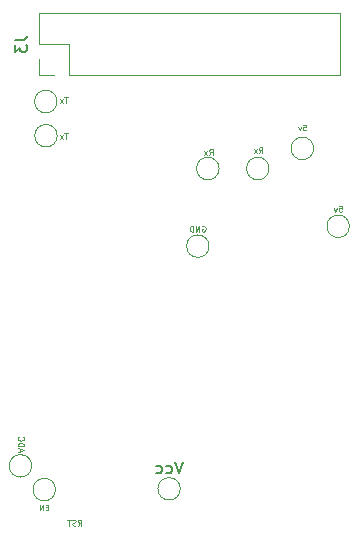
<source format=gbo>
G04 #@! TF.GenerationSoftware,KiCad,Pcbnew,(5.1.10)-1*
G04 #@! TF.CreationDate,2021-11-03T08:24:22+05:30*
G04 #@! TF.ProjectId,P-1000072_Cicada Wi-Fi,502d3130-3030-4303-9732-5f4369636164,0.1*
G04 #@! TF.SameCoordinates,PX7cee6c0PY3dfd240*
G04 #@! TF.FileFunction,Legend,Bot*
G04 #@! TF.FilePolarity,Positive*
%FSLAX46Y46*%
G04 Gerber Fmt 4.6, Leading zero omitted, Abs format (unit mm)*
G04 Created by KiCad (PCBNEW (5.1.10)-1) date 2021-11-03 08:24:22*
%MOMM*%
%LPD*%
G01*
G04 APERTURE LIST*
%ADD10C,0.120000*%
%ADD11C,0.150000*%
%ADD12C,0.100000*%
G04 APERTURE END LIST*
D10*
X-12734600Y2574600D02*
X-12734600Y-25400D01*
X-12734600Y2574600D02*
X12785400Y2574600D01*
X12785400Y2574600D02*
X12785400Y-2625400D01*
X-10134600Y-2625400D02*
X12785400Y-2625400D01*
X-10134600Y-25400D02*
X-10134600Y-2625400D01*
X-12734600Y-25400D02*
X-10134600Y-25400D01*
X-12734600Y-2625400D02*
X-11404600Y-2625400D01*
X-12734600Y-1295400D02*
X-12734600Y-2625400D01*
X-736560Y-37688520D02*
G75*
G03*
X-736560Y-37688520I-950000J0D01*
G01*
X-11305500Y-37754560D02*
G75*
G03*
X-11305500Y-37754560I-950000J0D01*
G01*
X1691680Y-17139920D02*
G75*
G03*
X1691680Y-17139920I-950000J0D01*
G01*
X-13319720Y-35745420D02*
G75*
G03*
X-13319720Y-35745420I-950000J0D01*
G01*
X6770000Y-10570000D02*
G75*
G03*
X6770000Y-10570000I-950000J0D01*
G01*
X2540000Y-10570000D02*
G75*
G03*
X2540000Y-10570000I-950000J0D01*
G01*
X-11180000Y-4900000D02*
G75*
G03*
X-11180000Y-4900000I-950000J0D01*
G01*
X-11160000Y-7790000D02*
G75*
G03*
X-11160000Y-7790000I-950000J0D01*
G01*
X13580000Y-15460000D02*
G75*
G03*
X13580000Y-15460000I-950000J0D01*
G01*
X10550000Y-8870000D02*
G75*
G03*
X10550000Y-8870000I-950000J0D01*
G01*
D11*
X-14722220Y307934D02*
X-14007934Y307934D01*
X-13865077Y355553D01*
X-13769839Y450791D01*
X-13722220Y593648D01*
X-13722220Y688886D01*
X-14722220Y-73019D02*
X-14722220Y-692066D01*
X-14341267Y-358733D01*
X-14341267Y-501590D01*
X-14293648Y-596828D01*
X-14246029Y-644447D01*
X-14150791Y-692066D01*
X-13912696Y-692066D01*
X-13817458Y-644447D01*
X-13769839Y-596828D01*
X-13722220Y-501590D01*
X-13722220Y-215876D01*
X-13769839Y-120638D01*
X-13817458Y-73019D01*
X-496084Y-35390900D02*
X-829418Y-36390900D01*
X-1162751Y-35390900D01*
X-1924656Y-36343281D02*
X-1829418Y-36390900D01*
X-1638941Y-36390900D01*
X-1543703Y-36343281D01*
X-1496084Y-36295662D01*
X-1448465Y-36200424D01*
X-1448465Y-35914710D01*
X-1496084Y-35819472D01*
X-1543703Y-35771853D01*
X-1638941Y-35724234D01*
X-1829418Y-35724234D01*
X-1924656Y-35771853D01*
X-2781799Y-36343281D02*
X-2686560Y-36390900D01*
X-2496084Y-36390900D01*
X-2400846Y-36343281D01*
X-2353227Y-36295662D01*
X-2305608Y-36200424D01*
X-2305608Y-35914710D01*
X-2353227Y-35819472D01*
X-2400846Y-35771853D01*
X-2496084Y-35724234D01*
X-2686560Y-35724234D01*
X-2781799Y-35771853D01*
D12*
X-11911853Y-39255545D02*
X-12078520Y-39255545D01*
X-12149948Y-39517450D02*
X-11911853Y-39517450D01*
X-11911853Y-39017450D01*
X-12149948Y-39017450D01*
X-12364234Y-39517450D02*
X-12364234Y-39017450D01*
X-12649948Y-39517450D01*
X-12649948Y-39017450D01*
X1117012Y-15434580D02*
X1164631Y-15410770D01*
X1236060Y-15410770D01*
X1307488Y-15434580D01*
X1355107Y-15482199D01*
X1378917Y-15529818D01*
X1402726Y-15625056D01*
X1402726Y-15696484D01*
X1378917Y-15791722D01*
X1355107Y-15839341D01*
X1307488Y-15886960D01*
X1236060Y-15910770D01*
X1188440Y-15910770D01*
X1117012Y-15886960D01*
X1093202Y-15863151D01*
X1093202Y-15696484D01*
X1188440Y-15696484D01*
X878917Y-15910770D02*
X878917Y-15410770D01*
X593202Y-15910770D01*
X593202Y-15410770D01*
X355107Y-15910770D02*
X355107Y-15410770D01*
X236060Y-15410770D01*
X164631Y-15434580D01*
X117012Y-15482199D01*
X93202Y-15529818D01*
X69393Y-15625056D01*
X69393Y-15696484D01*
X93202Y-15791722D01*
X117012Y-15839341D01*
X164631Y-15886960D01*
X236060Y-15910770D01*
X355107Y-15910770D01*
X-14337814Y-34545827D02*
X-14337814Y-34307732D01*
X-14480671Y-34593446D02*
X-13980671Y-34426780D01*
X-14480671Y-34260113D01*
X-14480671Y-34093446D02*
X-13980671Y-34093446D01*
X-13980671Y-33974399D01*
X-14004480Y-33902970D01*
X-14052100Y-33855351D01*
X-14099719Y-33831541D01*
X-14194957Y-33807732D01*
X-14266385Y-33807732D01*
X-14361623Y-33831541D01*
X-14409242Y-33855351D01*
X-14456861Y-33902970D01*
X-14480671Y-33974399D01*
X-14480671Y-34093446D01*
X-14433052Y-33307732D02*
X-14456861Y-33331541D01*
X-14480671Y-33402970D01*
X-14480671Y-33450589D01*
X-14456861Y-33522018D01*
X-14409242Y-33569637D01*
X-14361623Y-33593446D01*
X-14266385Y-33617256D01*
X-14194957Y-33617256D01*
X-14099719Y-33593446D01*
X-14052100Y-33569637D01*
X-14004480Y-33522018D01*
X-13980671Y-33450589D01*
X-13980671Y-33402970D01*
X-14004480Y-33331541D01*
X-14028290Y-33307732D01*
X5912479Y-9278750D02*
X6079145Y-9040655D01*
X6198193Y-9278750D02*
X6198193Y-8778750D01*
X6007717Y-8778750D01*
X5960098Y-8802560D01*
X5936288Y-8826369D01*
X5912479Y-8873988D01*
X5912479Y-8945417D01*
X5936288Y-8993036D01*
X5960098Y-9016845D01*
X6007717Y-9040655D01*
X6198193Y-9040655D01*
X5745812Y-9278750D02*
X5483907Y-8945417D01*
X5745812Y-8945417D02*
X5483907Y-9278750D01*
X1713859Y-9438770D02*
X1880525Y-9200675D01*
X1999573Y-9438770D02*
X1999573Y-8938770D01*
X1809097Y-8938770D01*
X1761478Y-8962580D01*
X1737668Y-8986389D01*
X1713859Y-9034008D01*
X1713859Y-9105437D01*
X1737668Y-9153056D01*
X1761478Y-9176865D01*
X1809097Y-9200675D01*
X1999573Y-9200675D01*
X1547192Y-9438770D02*
X1285287Y-9105437D01*
X1547192Y-9105437D02*
X1285287Y-9438770D01*
X-10261802Y-4514090D02*
X-10547517Y-4514090D01*
X-10404660Y-5014090D02*
X-10404660Y-4514090D01*
X-10666564Y-5014090D02*
X-10928469Y-4680757D01*
X-10666564Y-4680757D02*
X-10928469Y-5014090D01*
X-10261802Y-7567170D02*
X-10547517Y-7567170D01*
X-10404660Y-8067170D02*
X-10404660Y-7567170D01*
X-10666564Y-8067170D02*
X-10928469Y-7733837D01*
X-10666564Y-7733837D02*
X-10928469Y-8067170D01*
X-9399211Y-40798910D02*
X-9232544Y-40560815D01*
X-9113497Y-40798910D02*
X-9113497Y-40298910D01*
X-9303973Y-40298910D01*
X-9351592Y-40322720D01*
X-9375401Y-40346529D01*
X-9399211Y-40394148D01*
X-9399211Y-40465577D01*
X-9375401Y-40513196D01*
X-9351592Y-40537005D01*
X-9303973Y-40560815D01*
X-9113497Y-40560815D01*
X-9589687Y-40775100D02*
X-9661116Y-40798910D01*
X-9780163Y-40798910D01*
X-9827782Y-40775100D01*
X-9851592Y-40751291D01*
X-9875401Y-40703672D01*
X-9875401Y-40656053D01*
X-9851592Y-40608434D01*
X-9827782Y-40584624D01*
X-9780163Y-40560815D01*
X-9684925Y-40537005D01*
X-9637306Y-40513196D01*
X-9613497Y-40489386D01*
X-9589687Y-40441767D01*
X-9589687Y-40394148D01*
X-9613497Y-40346529D01*
X-9637306Y-40322720D01*
X-9684925Y-40298910D01*
X-9803973Y-40298910D01*
X-9875401Y-40322720D01*
X-10018259Y-40298910D02*
X-10303973Y-40298910D01*
X-10161116Y-40798910D02*
X-10161116Y-40298910D01*
X12692688Y-13731750D02*
X12930783Y-13731750D01*
X12954593Y-13969845D01*
X12930783Y-13946036D01*
X12883164Y-13922226D01*
X12764117Y-13922226D01*
X12716498Y-13946036D01*
X12692688Y-13969845D01*
X12668879Y-14017464D01*
X12668879Y-14136512D01*
X12692688Y-14184131D01*
X12716498Y-14207940D01*
X12764117Y-14231750D01*
X12883164Y-14231750D01*
X12930783Y-14207940D01*
X12954593Y-14184131D01*
X12502212Y-13898417D02*
X12383164Y-14231750D01*
X12264117Y-13898417D01*
X9671428Y-6846190D02*
X9909523Y-6846190D01*
X9933333Y-7084285D01*
X9909523Y-7060476D01*
X9861904Y-7036666D01*
X9742857Y-7036666D01*
X9695238Y-7060476D01*
X9671428Y-7084285D01*
X9647619Y-7131904D01*
X9647619Y-7250952D01*
X9671428Y-7298571D01*
X9695238Y-7322380D01*
X9742857Y-7346190D01*
X9861904Y-7346190D01*
X9909523Y-7322380D01*
X9933333Y-7298571D01*
X9480952Y-7012857D02*
X9361904Y-7346190D01*
X9242857Y-7012857D01*
M02*

</source>
